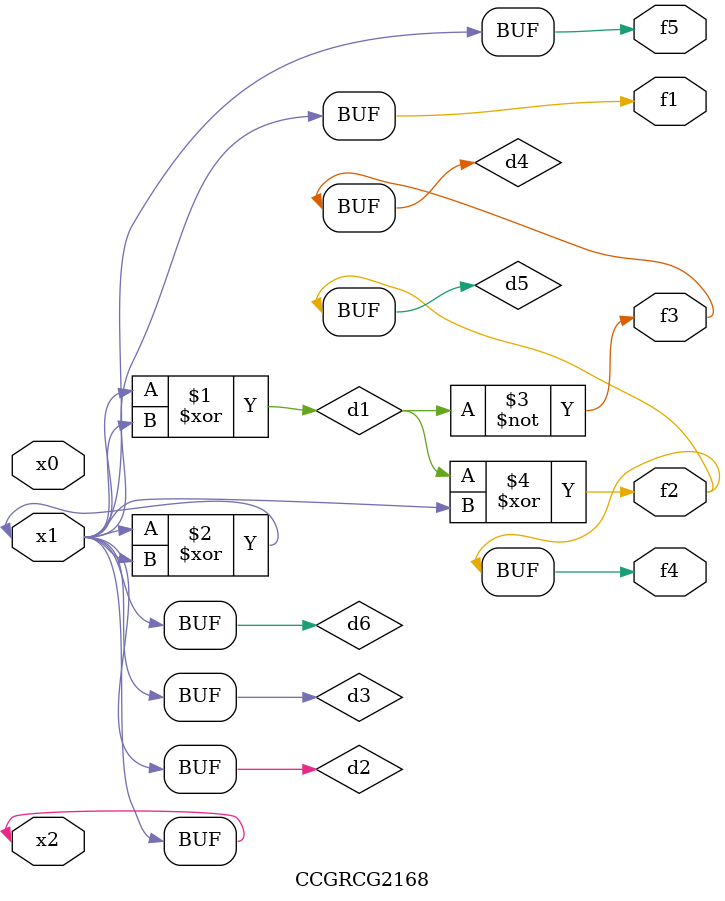
<source format=v>
module CCGRCG2168(
	input x0, x1, x2,
	output f1, f2, f3, f4, f5
);

	wire d1, d2, d3, d4, d5, d6;

	xor (d1, x1, x2);
	buf (d2, x1, x2);
	xor (d3, x1, x2);
	nor (d4, d1);
	xor (d5, d1, d2);
	buf (d6, d2, d3);
	assign f1 = d6;
	assign f2 = d5;
	assign f3 = d4;
	assign f4 = d5;
	assign f5 = d6;
endmodule

</source>
